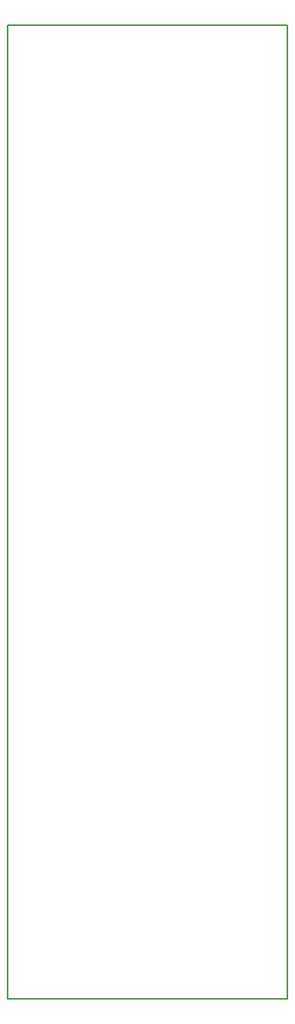
<source format=gbr>
%TF.GenerationSoftware,KiCad,Pcbnew,(5.1.7-0-10_14)*%
%TF.CreationDate,2021-06-01T07:16:10-04:00*%
%TF.ProjectId,VCF,5643462e-6b69-4636-9164-5f7063625858,rev?*%
%TF.SameCoordinates,Original*%
%TF.FileFunction,Profile,NP*%
%FSLAX46Y46*%
G04 Gerber Fmt 4.6, Leading zero omitted, Abs format (unit mm)*
G04 Created by KiCad (PCBNEW (5.1.7-0-10_14)) date 2021-06-01 07:16:10*
%MOMM*%
%LPD*%
G01*
G04 APERTURE LIST*
%TA.AperFunction,Profile*%
%ADD10C,0.200000*%
%TD*%
G04 APERTURE END LIST*
D10*
X131000000Y-178000000D02*
X100000000Y-178000000D01*
X131000000Y-70000000D02*
X100000000Y-70000000D01*
X131000000Y-70000000D02*
X131000000Y-178000000D01*
X100000000Y-70000000D02*
X100000000Y-178000000D01*
M02*

</source>
